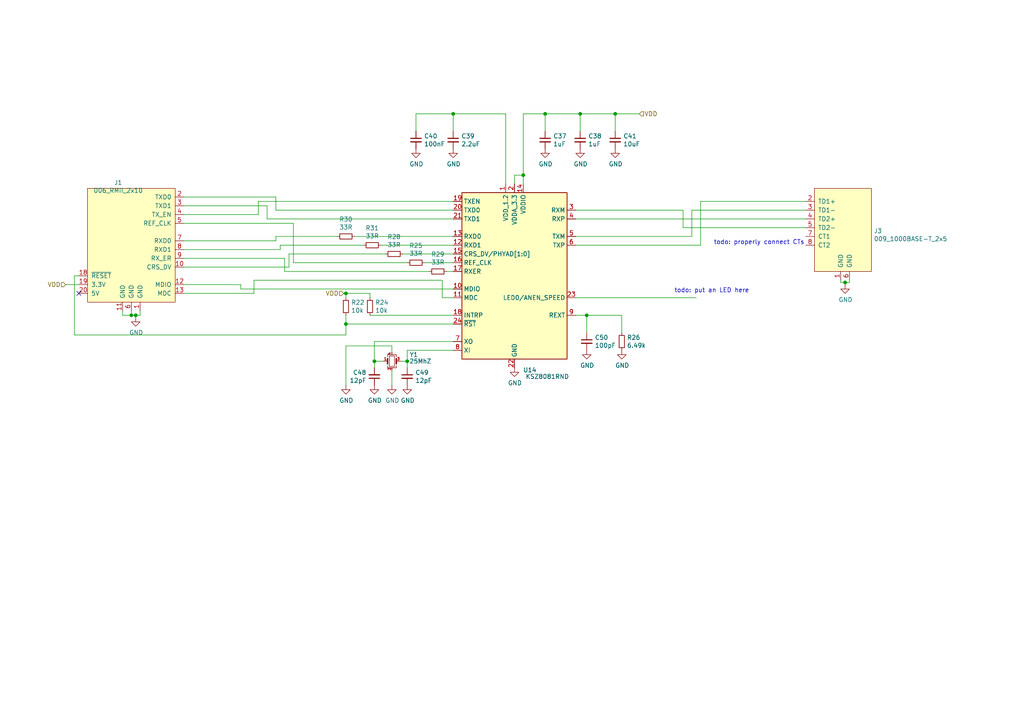
<source format=kicad_sch>
(kicad_sch (version 20211123) (generator eeschema)

  (uuid 854dd5d4-5fd2-4730-bd49-a9cd8299a065)

  (paper "A4")

  (lib_symbols
    (symbol "Device:C_Small" (pin_numbers hide) (pin_names (offset 0.254) hide) (in_bom yes) (on_board yes)
      (property "Reference" "C" (id 0) (at 0.254 1.778 0)
        (effects (font (size 1.27 1.27)) (justify left))
      )
      (property "Value" "C_Small" (id 1) (at 0.254 -2.032 0)
        (effects (font (size 1.27 1.27)) (justify left))
      )
      (property "Footprint" "" (id 2) (at 0 0 0)
        (effects (font (size 1.27 1.27)) hide)
      )
      (property "Datasheet" "~" (id 3) (at 0 0 0)
        (effects (font (size 1.27 1.27)) hide)
      )
      (property "ki_keywords" "capacitor cap" (id 4) (at 0 0 0)
        (effects (font (size 1.27 1.27)) hide)
      )
      (property "ki_description" "Unpolarized capacitor, small symbol" (id 5) (at 0 0 0)
        (effects (font (size 1.27 1.27)) hide)
      )
      (property "ki_fp_filters" "C_*" (id 6) (at 0 0 0)
        (effects (font (size 1.27 1.27)) hide)
      )
      (symbol "C_Small_0_1"
        (polyline
          (pts
            (xy -1.524 -0.508)
            (xy 1.524 -0.508)
          )
          (stroke (width 0.3302) (type default) (color 0 0 0 0))
          (fill (type none))
        )
        (polyline
          (pts
            (xy -1.524 0.508)
            (xy 1.524 0.508)
          )
          (stroke (width 0.3048) (type default) (color 0 0 0 0))
          (fill (type none))
        )
      )
      (symbol "C_Small_1_1"
        (pin passive line (at 0 2.54 270) (length 2.032)
          (name "~" (effects (font (size 1.27 1.27))))
          (number "1" (effects (font (size 1.27 1.27))))
        )
        (pin passive line (at 0 -2.54 90) (length 2.032)
          (name "~" (effects (font (size 1.27 1.27))))
          (number "2" (effects (font (size 1.27 1.27))))
        )
      )
    )
    (symbol "Device:Crystal_GND24_Small" (pin_names (offset 1.016) hide) (in_bom yes) (on_board yes)
      (property "Reference" "Y" (id 0) (at 1.27 4.445 0)
        (effects (font (size 1.27 1.27)) (justify left))
      )
      (property "Value" "Crystal_GND24_Small" (id 1) (at 1.27 2.54 0)
        (effects (font (size 1.27 1.27)) (justify left))
      )
      (property "Footprint" "" (id 2) (at 0 0 0)
        (effects (font (size 1.27 1.27)) hide)
      )
      (property "Datasheet" "~" (id 3) (at 0 0 0)
        (effects (font (size 1.27 1.27)) hide)
      )
      (property "ki_keywords" "quartz ceramic resonator oscillator" (id 4) (at 0 0 0)
        (effects (font (size 1.27 1.27)) hide)
      )
      (property "ki_description" "Four pin crystal, GND on pins 2 and 4, small symbol" (id 5) (at 0 0 0)
        (effects (font (size 1.27 1.27)) hide)
      )
      (property "ki_fp_filters" "Crystal*" (id 6) (at 0 0 0)
        (effects (font (size 1.27 1.27)) hide)
      )
      (symbol "Crystal_GND24_Small_0_1"
        (rectangle (start -0.762 -1.524) (end 0.762 1.524)
          (stroke (width 0) (type default) (color 0 0 0 0))
          (fill (type none))
        )
        (polyline
          (pts
            (xy -1.27 -0.762)
            (xy -1.27 0.762)
          )
          (stroke (width 0.381) (type default) (color 0 0 0 0))
          (fill (type none))
        )
        (polyline
          (pts
            (xy 1.27 -0.762)
            (xy 1.27 0.762)
          )
          (stroke (width 0.381) (type default) (color 0 0 0 0))
          (fill (type none))
        )
        (polyline
          (pts
            (xy -1.27 -1.27)
            (xy -1.27 -1.905)
            (xy 1.27 -1.905)
            (xy 1.27 -1.27)
          )
          (stroke (width 0) (type default) (color 0 0 0 0))
          (fill (type none))
        )
        (polyline
          (pts
            (xy -1.27 1.27)
            (xy -1.27 1.905)
            (xy 1.27 1.905)
            (xy 1.27 1.27)
          )
          (stroke (width 0) (type default) (color 0 0 0 0))
          (fill (type none))
        )
      )
      (symbol "Crystal_GND24_Small_1_1"
        (pin passive line (at -2.54 0 0) (length 1.27)
          (name "1" (effects (font (size 1.27 1.27))))
          (number "1" (effects (font (size 0.762 0.762))))
        )
        (pin passive line (at 0 -2.54 90) (length 0.635)
          (name "2" (effects (font (size 1.27 1.27))))
          (number "2" (effects (font (size 0.762 0.762))))
        )
        (pin passive line (at 2.54 0 180) (length 1.27)
          (name "3" (effects (font (size 1.27 1.27))))
          (number "3" (effects (font (size 0.762 0.762))))
        )
        (pin passive line (at 0 2.54 270) (length 0.635)
          (name "4" (effects (font (size 1.27 1.27))))
          (number "4" (effects (font (size 0.762 0.762))))
        )
      )
    )
    (symbol "Device:R_Small" (pin_numbers hide) (pin_names (offset 0.254) hide) (in_bom yes) (on_board yes)
      (property "Reference" "R" (id 0) (at 0.762 0.508 0)
        (effects (font (size 1.27 1.27)) (justify left))
      )
      (property "Value" "R_Small" (id 1) (at 0.762 -1.016 0)
        (effects (font (size 1.27 1.27)) (justify left))
      )
      (property "Footprint" "" (id 2) (at 0 0 0)
        (effects (font (size 1.27 1.27)) hide)
      )
      (property "Datasheet" "~" (id 3) (at 0 0 0)
        (effects (font (size 1.27 1.27)) hide)
      )
      (property "ki_keywords" "R resistor" (id 4) (at 0 0 0)
        (effects (font (size 1.27 1.27)) hide)
      )
      (property "ki_description" "Resistor, small symbol" (id 5) (at 0 0 0)
        (effects (font (size 1.27 1.27)) hide)
      )
      (property "ki_fp_filters" "R_*" (id 6) (at 0 0 0)
        (effects (font (size 1.27 1.27)) hide)
      )
      (symbol "R_Small_0_1"
        (rectangle (start -0.762 1.778) (end 0.762 -1.778)
          (stroke (width 0.2032) (type default) (color 0 0 0 0))
          (fill (type none))
        )
      )
      (symbol "R_Small_1_1"
        (pin passive line (at 0 2.54 270) (length 0.762)
          (name "~" (effects (font (size 1.27 1.27))))
          (number "1" (effects (font (size 1.27 1.27))))
        )
        (pin passive line (at 0 -2.54 90) (length 0.762)
          (name "~" (effects (font (size 1.27 1.27))))
          (number "2" (effects (font (size 1.27 1.27))))
        )
      )
    )
    (symbol "Interface_Ethernet:KSZ8081RND" (in_bom yes) (on_board yes)
      (property "Reference" "U" (id 0) (at -15.24 26.035 0)
        (effects (font (size 1.27 1.27)) (justify left bottom))
      )
      (property "Value" "KSZ8081RND" (id 1) (at 3.81 26.035 0)
        (effects (font (size 1.27 1.27)) (justify left bottom))
      )
      (property "Footprint" "Package_DFN_QFN:QFN-24-1EP_4x4mm_P0.5mm_EP2.6x2.6mm" (id 2) (at 35.56 -25.4 0)
        (effects (font (size 1.27 1.27)) hide)
      )
      (property "Datasheet" "http://ww1.microchip.com/downloads/en/DeviceDoc/00002199A.pdf" (id 3) (at -57.15 5.08 0)
        (effects (font (size 1.27 1.27)) hide)
      )
      (property "ki_keywords" "ETH PHY RMII" (id 4) (at 0 0 0)
        (effects (font (size 1.27 1.27)) hide)
      )
      (property "ki_description" "10BASE-T/100BASE-TX PHY with RMII Support, 50 MHz input clock, QFN-24" (id 5) (at 0 0 0)
        (effects (font (size 1.27 1.27)) hide)
      )
      (property "ki_fp_filters" "QFN*1EP*4x4mm*P0.5mm*" (id 6) (at 0 0 0)
        (effects (font (size 1.27 1.27)) hide)
      )
      (symbol "KSZ8081RND_0_1"
        (rectangle (start -15.24 25.4) (end 15.24 -22.86)
          (stroke (width 0.254) (type default) (color 0 0 0 0))
          (fill (type background))
        )
      )
      (symbol "KSZ8081RND_1_1"
        (pin power_in line (at -2.54 27.94 270) (length 2.54)
          (name "VDD_1.2" (effects (font (size 1.27 1.27))))
          (number "1" (effects (font (size 1.27 1.27))))
        )
        (pin bidirectional line (at -17.78 -2.54 0) (length 2.54)
          (name "MDIO" (effects (font (size 1.27 1.27))))
          (number "10" (effects (font (size 1.27 1.27))))
        )
        (pin input line (at -17.78 -5.08 0) (length 2.54)
          (name "MDC" (effects (font (size 1.27 1.27))))
          (number "11" (effects (font (size 1.27 1.27))))
        )
        (pin output line (at -17.78 10.16 0) (length 2.54)
          (name "RXD1" (effects (font (size 1.27 1.27))))
          (number "12" (effects (font (size 1.27 1.27))))
        )
        (pin output line (at -17.78 12.7 0) (length 2.54)
          (name "RXD0" (effects (font (size 1.27 1.27))))
          (number "13" (effects (font (size 1.27 1.27))))
        )
        (pin power_in line (at 2.54 27.94 270) (length 2.54)
          (name "VDDIO" (effects (font (size 1.27 1.27))))
          (number "14" (effects (font (size 1.27 1.27))))
        )
        (pin output line (at -17.78 7.62 0) (length 2.54)
          (name "CRS_DV/PHYAD[1:0]" (effects (font (size 1.27 1.27))))
          (number "15" (effects (font (size 1.27 1.27))))
        )
        (pin output line (at -17.78 5.08 0) (length 2.54)
          (name "REF_CLK" (effects (font (size 1.27 1.27))))
          (number "16" (effects (font (size 1.27 1.27))))
        )
        (pin output line (at -17.78 2.54 0) (length 2.54)
          (name "RXER" (effects (font (size 1.27 1.27))))
          (number "17" (effects (font (size 1.27 1.27))))
        )
        (pin bidirectional line (at -17.78 -10.16 0) (length 2.54)
          (name "INTRP" (effects (font (size 1.27 1.27))))
          (number "18" (effects (font (size 1.27 1.27))))
        )
        (pin input line (at -17.78 22.86 0) (length 2.54)
          (name "TXEN" (effects (font (size 1.27 1.27))))
          (number "19" (effects (font (size 1.27 1.27))))
        )
        (pin power_in line (at 0 27.94 270) (length 2.54)
          (name "VDDA_3.3" (effects (font (size 1.27 1.27))))
          (number "2" (effects (font (size 1.27 1.27))))
        )
        (pin input line (at -17.78 20.32 0) (length 2.54)
          (name "TXD0" (effects (font (size 1.27 1.27))))
          (number "20" (effects (font (size 1.27 1.27))))
        )
        (pin bidirectional line (at -17.78 17.78 0) (length 2.54)
          (name "TXD1" (effects (font (size 1.27 1.27))))
          (number "21" (effects (font (size 1.27 1.27))))
        )
        (pin power_in line (at 0 -25.4 90) (length 2.54)
          (name "GND" (effects (font (size 1.27 1.27))))
          (number "22" (effects (font (size 1.27 1.27))))
        )
        (pin output line (at 17.78 -5.08 180) (length 2.54)
          (name "LED0/ANEN_SPEED" (effects (font (size 1.27 1.27))))
          (number "23" (effects (font (size 1.27 1.27))))
        )
        (pin input line (at -17.78 -12.7 0) (length 2.54)
          (name "~{RST}" (effects (font (size 1.27 1.27))))
          (number "24" (effects (font (size 1.27 1.27))))
        )
        (pin passive line (at 0 -25.4 90) (length 2.54) hide
          (name "GND" (effects (font (size 1.27 1.27))))
          (number "25" (effects (font (size 1.27 1.27))))
        )
        (pin bidirectional line (at 17.78 20.32 180) (length 2.54)
          (name "RXM" (effects (font (size 1.27 1.27))))
          (number "3" (effects (font (size 1.27 1.27))))
        )
        (pin bidirectional line (at 17.78 17.78 180) (length 2.54)
          (name "RXP" (effects (font (size 1.27 1.27))))
          (number "4" (effects (font (size 1.27 1.27))))
        )
        (pin bidirectional line (at 17.78 12.7 180) (length 2.54)
          (name "TXM" (effects (font (size 1.27 1.27))))
          (number "5" (effects (font (size 1.27 1.27))))
        )
        (pin bidirectional line (at 17.78 10.16 180) (length 2.54)
          (name "TXP" (effects (font (size 1.27 1.27))))
          (number "6" (effects (font (size 1.27 1.27))))
        )
        (pin output line (at -17.78 -17.78 0) (length 2.54)
          (name "XO" (effects (font (size 1.27 1.27))))
          (number "7" (effects (font (size 1.27 1.27))))
        )
        (pin input line (at -17.78 -20.32 0) (length 2.54)
          (name "XI" (effects (font (size 1.27 1.27))))
          (number "8" (effects (font (size 1.27 1.27))))
        )
        (pin passive line (at 17.78 -10.16 180) (length 2.54)
          (name "REXT" (effects (font (size 1.27 1.27))))
          (number "9" (effects (font (size 1.27 1.27))))
        )
      )
    )
    (symbol "power:GND" (power) (pin_names (offset 0)) (in_bom yes) (on_board yes)
      (property "Reference" "#PWR" (id 0) (at 0 -6.35 0)
        (effects (font (size 1.27 1.27)) hide)
      )
      (property "Value" "GND" (id 1) (at 0 -3.81 0)
        (effects (font (size 1.27 1.27)))
      )
      (property "Footprint" "" (id 2) (at 0 0 0)
        (effects (font (size 1.27 1.27)) hide)
      )
      (property "Datasheet" "" (id 3) (at 0 0 0)
        (effects (font (size 1.27 1.27)) hide)
      )
      (property "ki_keywords" "power-flag" (id 4) (at 0 0 0)
        (effects (font (size 1.27 1.27)) hide)
      )
      (property "ki_description" "Power symbol creates a global label with name \"GND\" , ground" (id 5) (at 0 0 0)
        (effects (font (size 1.27 1.27)) hide)
      )
      (symbol "GND_0_1"
        (polyline
          (pts
            (xy 0 0)
            (xy 0 -1.27)
            (xy 1.27 -1.27)
            (xy 0 -2.54)
            (xy -1.27 -1.27)
            (xy 0 -1.27)
          )
          (stroke (width 0) (type default) (color 0 0 0 0))
          (fill (type none))
        )
      )
      (symbol "GND_1_1"
        (pin power_in line (at 0 0 270) (length 0) hide
          (name "GND" (effects (font (size 1.27 1.27))))
          (number "1" (effects (font (size 1.27 1.27))))
        )
      )
    )
    (symbol "put_on_edge:006_RMII" (pin_names (offset 1.016)) (in_bom yes) (on_board yes)
      (property "Reference" "J" (id 0) (at -6.35 16.51 0)
        (effects (font (size 1.27 1.27)))
      )
      (property "Value" "006_RMII" (id 1) (at 5.08 16.51 0)
        (effects (font (size 1.27 1.27)))
      )
      (property "Footprint" "" (id 2) (at 3.81 19.05 0)
        (effects (font (size 1.27 1.27)) hide)
      )
      (property "Datasheet" "" (id 3) (at 3.81 19.05 0)
        (effects (font (size 1.27 1.27)) hide)
      )
      (symbol "006_RMII_0_1"
        (rectangle (start -12.7 15.24) (end 12.7 -17.78)
          (stroke (width 0) (type default) (color 0 0 0 0))
          (fill (type background))
        )
      )
      (symbol "006_RMII_1_1"
        (pin power_in line (at -2.54 -20.32 90) (length 2.54)
          (name "GND" (effects (font (size 1.27 1.27))))
          (number "1" (effects (font (size 1.27 1.27))))
        )
        (pin bidirectional line (at -15.24 -7.62 0) (length 2.54)
          (name "CRS_DV" (effects (font (size 1.27 1.27))))
          (number "10" (effects (font (size 1.27 1.27))))
        )
        (pin power_in line (at 2.54 -20.32 90) (length 2.54)
          (name "GND" (effects (font (size 1.27 1.27))))
          (number "11" (effects (font (size 1.27 1.27))))
        )
        (pin bidirectional line (at -15.24 -12.7 0) (length 2.54)
          (name "MDIO" (effects (font (size 1.27 1.27))))
          (number "12" (effects (font (size 1.27 1.27))))
        )
        (pin bidirectional line (at -15.24 -15.24 0) (length 2.54)
          (name "MDC" (effects (font (size 1.27 1.27))))
          (number "13" (effects (font (size 1.27 1.27))))
        )
        (pin bidirectional line (at 15.24 -10.16 180) (length 2.54)
          (name "~{RESET}" (effects (font (size 1.27 1.27))))
          (number "18" (effects (font (size 1.27 1.27))))
        )
        (pin bidirectional line (at 15.24 -12.7 180) (length 2.54)
          (name "3.3V" (effects (font (size 1.27 1.27))))
          (number "19" (effects (font (size 1.27 1.27))))
        )
        (pin bidirectional line (at -15.24 12.7 0) (length 2.54)
          (name "TXD0" (effects (font (size 1.27 1.27))))
          (number "2" (effects (font (size 1.27 1.27))))
        )
        (pin bidirectional line (at 15.24 -15.24 180) (length 2.54)
          (name "5V" (effects (font (size 1.27 1.27))))
          (number "20" (effects (font (size 1.27 1.27))))
        )
        (pin bidirectional line (at -15.24 10.16 0) (length 2.54)
          (name "TXD1" (effects (font (size 1.27 1.27))))
          (number "3" (effects (font (size 1.27 1.27))))
        )
        (pin bidirectional line (at -15.24 7.62 0) (length 2.54)
          (name "TX_EN" (effects (font (size 1.27 1.27))))
          (number "4" (effects (font (size 1.27 1.27))))
        )
        (pin bidirectional line (at -15.24 5.08 0) (length 2.54)
          (name "REF_CLK" (effects (font (size 1.27 1.27))))
          (number "5" (effects (font (size 1.27 1.27))))
        )
        (pin power_in line (at 0 -20.32 90) (length 2.54)
          (name "GND" (effects (font (size 1.27 1.27))))
          (number "6" (effects (font (size 1.27 1.27))))
        )
        (pin bidirectional line (at -15.24 0 0) (length 2.54)
          (name "RXD0" (effects (font (size 1.27 1.27))))
          (number "7" (effects (font (size 1.27 1.27))))
        )
        (pin bidirectional line (at -15.24 -2.54 0) (length 2.54)
          (name "RXD1" (effects (font (size 1.27 1.27))))
          (number "8" (effects (font (size 1.27 1.27))))
        )
        (pin bidirectional line (at -15.24 -5.08 0) (length 2.54)
          (name "RX_ER" (effects (font (size 1.27 1.27))))
          (number "9" (effects (font (size 1.27 1.27))))
        )
      )
    )
    (symbol "put_on_edge:019_100BASE-T_with_CT" (pin_names (offset 1.016)) (in_bom yes) (on_board yes)
      (property "Reference" "J" (id 0) (at -2.54 13.97 0)
        (effects (font (size 1.27 1.27)))
      )
      (property "Value" "019_100BASE-T_with_CT" (id 1) (at 8.89 13.97 0)
        (effects (font (size 1.27 1.27)))
      )
      (property "Footprint" "" (id 2) (at 7.62 16.51 0)
        (effects (font (size 1.27 1.27)) hide)
      )
      (property "Datasheet" "" (id 3) (at 7.62 16.51 0)
        (effects (font (size 1.27 1.27)) hide)
      )
      (symbol "019_100BASE-T_with_CT_0_1"
        (rectangle (start -8.89 12.7) (end 7.62 -11.43)
          (stroke (width 0) (type default) (color 0 0 0 0))
          (fill (type background))
        )
      )
      (symbol "019_100BASE-T_with_CT_1_1"
        (pin power_in line (at -1.27 -13.97 90) (length 2.54)
          (name "GND" (effects (font (size 1.27 1.27))))
          (number "1" (effects (font (size 1.27 1.27))))
        )
        (pin bidirectional line (at -11.43 8.89 0) (length 2.54)
          (name "TD1+" (effects (font (size 1.27 1.27))))
          (number "2" (effects (font (size 1.27 1.27))))
        )
        (pin bidirectional line (at -11.43 6.35 0) (length 2.54)
          (name "TD1-" (effects (font (size 1.27 1.27))))
          (number "3" (effects (font (size 1.27 1.27))))
        )
        (pin bidirectional line (at -11.43 3.81 0) (length 2.54)
          (name "TD2+" (effects (font (size 1.27 1.27))))
          (number "4" (effects (font (size 1.27 1.27))))
        )
        (pin bidirectional line (at -11.43 1.27 0) (length 2.54)
          (name "TD2-" (effects (font (size 1.27 1.27))))
          (number "5" (effects (font (size 1.27 1.27))))
        )
        (pin power_in line (at 1.27 -13.97 90) (length 2.54)
          (name "GND" (effects (font (size 1.27 1.27))))
          (number "6" (effects (font (size 1.27 1.27))))
        )
        (pin bidirectional line (at -11.43 -1.27 0) (length 2.54)
          (name "CT1" (effects (font (size 1.27 1.27))))
          (number "7" (effects (font (size 1.27 1.27))))
        )
        (pin bidirectional line (at -11.43 -3.81 0) (length 2.54)
          (name "CT2" (effects (font (size 1.27 1.27))))
          (number "8" (effects (font (size 1.27 1.27))))
        )
      )
    )
  )

  (junction (at 245.11 81.915) (diameter 0) (color 0 0 0 0)
    (uuid 0351df45-d042-41d4-ba35-88092c7be2fc)
  )
  (junction (at 168.275 33.02) (diameter 0) (color 0 0 0 0)
    (uuid 0ff508fd-18da-4ab7-9844-3c8a28c2587e)
  )
  (junction (at 178.435 33.02) (diameter 0) (color 0 0 0 0)
    (uuid 13c0ff76-ed71-4cd9-abb0-92c376825d5d)
  )
  (junction (at 151.765 50.8) (diameter 0) (color 0 0 0 0)
    (uuid 3a7648d8-121a-4921-9b92-9b35b76ce39b)
  )
  (junction (at 118.11 104.775) (diameter 0) (color 0 0 0 0)
    (uuid 55e740a3-0735-4744-896e-2bf5437093b9)
  )
  (junction (at 100.33 93.98) (diameter 0) (color 0 0 0 0)
    (uuid 5bcace5d-edd0-4e19-92d0-835e43cf8eb2)
  )
  (junction (at 108.585 104.775) (diameter 0) (color 0 0 0 0)
    (uuid 746ba970-8279-4e7b-aed3-f28687777c21)
  )
  (junction (at 158.115 33.02) (diameter 0) (color 0 0 0 0)
    (uuid 8ca3e20d-bcc7-4c5e-9deb-562dfed9fecb)
  )
  (junction (at 100.33 85.09) (diameter 0) (color 0 0 0 0)
    (uuid 9340c285-5767-42d5-8b6d-63fe2a40ddf3)
  )
  (junction (at 170.18 91.44) (diameter 0) (color 0 0 0 0)
    (uuid a8447faf-e0a0-4c4a-ae53-4d4b28669151)
  )
  (junction (at 131.445 33.02) (diameter 0) (color 0 0 0 0)
    (uuid bd5408e4-362d-4e43-9d39-78fb99eb52c8)
  )
  (junction (at 39.37 91.44) (diameter 0) (color 0 0 0 0)
    (uuid e6b860cc-cb76-4220-acfb-68f1eb348bfa)
  )
  (junction (at 38.1 91.44) (diameter 0) (color 0 0 0 0)
    (uuid f202141e-c20d-4cac-b016-06a44f2ecce8)
  )

  (no_connect (at 22.86 85.09) (uuid f43e9066-7a5e-4534-96fb-d6265e1bea6b))

  (wire (pts (xy 149.225 53.34) (xy 149.225 50.8))
    (stroke (width 0) (type default) (color 0 0 0 0))
    (uuid 0217dfc4-fc13-4699-99ad-d9948522648e)
  )
  (wire (pts (xy 158.115 33.02) (xy 168.275 33.02))
    (stroke (width 0) (type default) (color 0 0 0 0))
    (uuid 03caada9-9e22-4e2d-9035-b15433dfbb17)
  )
  (wire (pts (xy 100.33 100.33) (xy 113.665 100.33))
    (stroke (width 0) (type default) (color 0 0 0 0))
    (uuid 099096e4-8c2a-4d84-a16f-06b4b6330e7a)
  )
  (wire (pts (xy 21.59 80.01) (xy 22.86 80.01))
    (stroke (width 0) (type default) (color 0 0 0 0))
    (uuid 0d062025-a8aa-46e3-9f6d-803325521bb3)
  )
  (wire (pts (xy 100.33 91.44) (xy 100.33 93.98))
    (stroke (width 0) (type default) (color 0 0 0 0))
    (uuid 0eaa98f0-9565-4637-ace3-42a5231b07f7)
  )
  (wire (pts (xy 116.84 73.66) (xy 131.445 73.66))
    (stroke (width 0) (type default) (color 0 0 0 0))
    (uuid 0f54db53-a272-4955-88fb-d7ab00657bb0)
  )
  (wire (pts (xy 118.11 101.6) (xy 131.445 101.6))
    (stroke (width 0) (type default) (color 0 0 0 0))
    (uuid 10109f84-4940-47f8-8640-91f185ac9bc1)
  )
  (wire (pts (xy 167.005 91.44) (xy 170.18 91.44))
    (stroke (width 0) (type default) (color 0 0 0 0))
    (uuid 101ef598-601d-400e-9ef6-d655fbb1dbfa)
  )
  (wire (pts (xy 100.33 85.09) (xy 100.33 86.36))
    (stroke (width 0) (type default) (color 0 0 0 0))
    (uuid 127679a9-3981-4934-815e-896a4e3ff56e)
  )
  (wire (pts (xy 80.01 68.58) (xy 80.01 69.85))
    (stroke (width 0) (type default) (color 0 0 0 0))
    (uuid 136e1c13-64e7-42f7-8158-fb70ea8a3dfe)
  )
  (wire (pts (xy 40.64 90.17) (xy 40.64 91.44))
    (stroke (width 0) (type default) (color 0 0 0 0))
    (uuid 16a9ae8c-3ad2-439b-8efe-377c994670c7)
  )
  (wire (pts (xy 107.315 91.44) (xy 131.445 91.44))
    (stroke (width 0) (type default) (color 0 0 0 0))
    (uuid 181abe7a-f941-42b6-bd46-aaa3131f90fb)
  )
  (wire (pts (xy 38.1 91.44) (xy 39.37 91.44))
    (stroke (width 0) (type default) (color 0 0 0 0))
    (uuid 182b2d54-931d-49d6-9f39-60a752623e36)
  )
  (wire (pts (xy 128.27 86.36) (xy 131.445 86.36))
    (stroke (width 0) (type default) (color 0 0 0 0))
    (uuid 1831fb37-1c5d-42c4-b898-151be6fca9dc)
  )
  (wire (pts (xy 111.76 73.66) (xy 83.82 73.66))
    (stroke (width 0) (type default) (color 0 0 0 0))
    (uuid 18bcab47-c783-4a5c-b6fe-a8543921409e)
  )
  (wire (pts (xy 151.765 50.8) (xy 151.765 33.02))
    (stroke (width 0) (type default) (color 0 0 0 0))
    (uuid 1d9cdadc-9036-4a95-b6db-fa7b3b74c869)
  )
  (wire (pts (xy 168.275 38.1) (xy 168.275 33.02))
    (stroke (width 0) (type default) (color 0 0 0 0))
    (uuid 1f3003e6-dce5-420f-906b-3f1e92b67249)
  )
  (wire (pts (xy 245.11 81.915) (xy 246.38 81.915))
    (stroke (width 0) (type default) (color 0 0 0 0))
    (uuid 240e5dac-6242-47a5-bbef-f76d11c715c0)
  )
  (wire (pts (xy 53.34 62.23) (xy 74.93 62.23))
    (stroke (width 0) (type default) (color 0 0 0 0))
    (uuid 25997cca-8587-430c-a980-fd502c2059cd)
  )
  (wire (pts (xy 83.82 77.47) (xy 53.34 77.47))
    (stroke (width 0) (type default) (color 0 0 0 0))
    (uuid 28ea9971-828f-40ba-a2dd-1154f6367152)
  )
  (wire (pts (xy 21.59 97.155) (xy 100.33 97.155))
    (stroke (width 0) (type default) (color 0 0 0 0))
    (uuid 2dc272bd-3aa2-45b5-889d-1d3c8aac80f8)
  )
  (wire (pts (xy 131.445 33.02) (xy 146.685 33.02))
    (stroke (width 0) (type default) (color 0 0 0 0))
    (uuid 2f215f15-3d52-4c91-93e6-3ea03a95622f)
  )
  (wire (pts (xy 80.01 60.96) (xy 131.445 60.96))
    (stroke (width 0) (type default) (color 0 0 0 0))
    (uuid 315fbdfd-137c-4574-bbfc-7add91f5f00d)
  )
  (wire (pts (xy 167.005 86.36) (xy 201.93 86.36))
    (stroke (width 0) (type default) (color 0 0 0 0))
    (uuid 35a9f71f-ba35-47f6-814e-4106ac36c51e)
  )
  (wire (pts (xy 168.275 33.02) (xy 178.435 33.02))
    (stroke (width 0) (type default) (color 0 0 0 0))
    (uuid 378af8b4-af3d-46e7-89ae-deff12ca9067)
  )
  (wire (pts (xy 243.84 81.28) (xy 243.84 81.915))
    (stroke (width 0) (type default) (color 0 0 0 0))
    (uuid 37e8181c-a81e-498b-b2e2-0aef0c391059)
  )
  (wire (pts (xy 108.585 106.68) (xy 108.585 104.775))
    (stroke (width 0) (type default) (color 0 0 0 0))
    (uuid 3f5fe6b7-98fc-4d3e-9567-f9f7202d1455)
  )
  (wire (pts (xy 113.665 111.76) (xy 113.665 107.315))
    (stroke (width 0) (type default) (color 0 0 0 0))
    (uuid 477311b9-8f81-40c8-9c55-fd87e287247a)
  )
  (wire (pts (xy 167.005 71.12) (xy 203.2 71.12))
    (stroke (width 0) (type default) (color 0 0 0 0))
    (uuid 57c0c267-8bf9-4cc7-b734-d71a239ac313)
  )
  (wire (pts (xy 198.12 66.04) (xy 233.68 66.04))
    (stroke (width 0) (type default) (color 0 0 0 0))
    (uuid 5b34a16c-5a14-4291-8242-ea6d6ac54372)
  )
  (wire (pts (xy 53.34 57.15) (xy 80.01 57.15))
    (stroke (width 0) (type default) (color 0 0 0 0))
    (uuid 5b6defda-a1bb-45b5-92f6-a061588dffc5)
  )
  (wire (pts (xy 83.82 73.66) (xy 83.82 77.47))
    (stroke (width 0) (type default) (color 0 0 0 0))
    (uuid 5df1c3c0-193e-4c1d-86f5-05dc8b6476d8)
  )
  (wire (pts (xy 131.445 33.02) (xy 131.445 38.1))
    (stroke (width 0) (type default) (color 0 0 0 0))
    (uuid 61fe293f-6808-4b7f-9340-9aaac7054a97)
  )
  (wire (pts (xy 151.765 33.02) (xy 158.115 33.02))
    (stroke (width 0) (type default) (color 0 0 0 0))
    (uuid 639c0e59-e95c-4114-bccd-2e7277505454)
  )
  (wire (pts (xy 120.65 33.02) (xy 120.65 38.1))
    (stroke (width 0) (type default) (color 0 0 0 0))
    (uuid 63ff1c93-3f96-4c33-b498-5dd8c33bccc0)
  )
  (wire (pts (xy 35.56 90.17) (xy 35.56 91.44))
    (stroke (width 0) (type default) (color 0 0 0 0))
    (uuid 6595b9c7-02ee-4647-bde5-6b566e35163e)
  )
  (wire (pts (xy 243.84 81.915) (xy 245.11 81.915))
    (stroke (width 0) (type default) (color 0 0 0 0))
    (uuid 676efd2f-1c48-4786-9e4b-2444f1e8f6ff)
  )
  (wire (pts (xy 200.66 60.96) (xy 233.68 60.96))
    (stroke (width 0) (type default) (color 0 0 0 0))
    (uuid 6781326c-6e0d-4753-8f28-0f5c687e01f9)
  )
  (wire (pts (xy 131.445 93.98) (xy 100.33 93.98))
    (stroke (width 0) (type default) (color 0 0 0 0))
    (uuid 6a45789b-3855-401f-8139-3c734f7f52f9)
  )
  (wire (pts (xy 118.11 104.775) (xy 118.11 106.68))
    (stroke (width 0) (type default) (color 0 0 0 0))
    (uuid 6a955fc7-39d9-4c75-9a69-676ca8c0b9b2)
  )
  (wire (pts (xy 151.765 50.8) (xy 151.765 53.34))
    (stroke (width 0) (type default) (color 0 0 0 0))
    (uuid 6bfe5804-2ef9-4c65-b2a7-f01e4014370a)
  )
  (wire (pts (xy 100.33 97.155) (xy 100.33 93.98))
    (stroke (width 0) (type default) (color 0 0 0 0))
    (uuid 6c2d26bc-6eca-436c-8025-79f817bf57d6)
  )
  (wire (pts (xy 73.66 81.28) (xy 128.27 81.28))
    (stroke (width 0) (type default) (color 0 0 0 0))
    (uuid 6da97a8d-e84e-41eb-b3d2-b53d6476e9cb)
  )
  (wire (pts (xy 99.695 85.09) (xy 100.33 85.09))
    (stroke (width 0) (type default) (color 0 0 0 0))
    (uuid 716e31c5-485f-40b5-88e3-a75900da9811)
  )
  (wire (pts (xy 118.11 104.775) (xy 118.11 101.6))
    (stroke (width 0) (type default) (color 0 0 0 0))
    (uuid 71c31975-2c45-4d18-a25a-18e07a55d11e)
  )
  (wire (pts (xy 128.27 81.28) (xy 128.27 86.36))
    (stroke (width 0) (type default) (color 0 0 0 0))
    (uuid 730b670c-9bcf-4dcd-9a8d-fcaa61fb0955)
  )
  (wire (pts (xy 81.28 71.12) (xy 81.28 72.39))
    (stroke (width 0) (type default) (color 0 0 0 0))
    (uuid 73495041-24e6-4217-8fea-1b1d42fb78f5)
  )
  (wire (pts (xy 170.18 91.44) (xy 170.18 96.52))
    (stroke (width 0) (type default) (color 0 0 0 0))
    (uuid 749dfe75-c0d6-4872-9330-29c5bbcb8ff8)
  )
  (wire (pts (xy 77.47 59.69) (xy 77.47 63.5))
    (stroke (width 0) (type default) (color 0 0 0 0))
    (uuid 74ac190a-401e-4a8b-92ad-d778cf4d2d22)
  )
  (wire (pts (xy 39.37 92.075) (xy 39.37 91.44))
    (stroke (width 0) (type default) (color 0 0 0 0))
    (uuid 789ca812-3e0c-4a3f-97bc-a916dd9bce80)
  )
  (wire (pts (xy 53.34 82.55) (xy 69.85 82.55))
    (stroke (width 0) (type default) (color 0 0 0 0))
    (uuid 78ac7ee9-fb66-46f5-a4fc-148576c62fae)
  )
  (wire (pts (xy 85.09 76.2) (xy 85.09 64.77))
    (stroke (width 0) (type default) (color 0 0 0 0))
    (uuid 7a185a9a-958f-413c-aaac-7fce38b44009)
  )
  (wire (pts (xy 167.005 68.58) (xy 200.66 68.58))
    (stroke (width 0) (type default) (color 0 0 0 0))
    (uuid 7cee474b-af8f-4832-b07a-c43c1ab0b464)
  )
  (wire (pts (xy 170.18 91.44) (xy 180.34 91.44))
    (stroke (width 0) (type default) (color 0 0 0 0))
    (uuid 7f52d787-caa3-4a92-b1b2-19d554dc29a4)
  )
  (wire (pts (xy 123.19 76.2) (xy 131.445 76.2))
    (stroke (width 0) (type default) (color 0 0 0 0))
    (uuid 80094b70-85ab-4ff6-934b-60d5ee65023a)
  )
  (wire (pts (xy 74.93 58.42) (xy 131.445 58.42))
    (stroke (width 0) (type default) (color 0 0 0 0))
    (uuid 821c3683-df9a-44f2-bb74-400862435b56)
  )
  (wire (pts (xy 167.005 60.96) (xy 198.12 60.96))
    (stroke (width 0) (type default) (color 0 0 0 0))
    (uuid 8412992d-8754-44de-9e08-115cec1a3eff)
  )
  (wire (pts (xy 203.2 71.12) (xy 203.2 58.42))
    (stroke (width 0) (type default) (color 0 0 0 0))
    (uuid 853ee787-6e2c-4f32-bc75-6c17337dd3d5)
  )
  (wire (pts (xy 124.46 78.74) (xy 82.55 78.74))
    (stroke (width 0) (type default) (color 0 0 0 0))
    (uuid 8563021a-6321-4e68-a2c0-ff4d66c4a133)
  )
  (wire (pts (xy 113.665 100.33) (xy 113.665 102.235))
    (stroke (width 0) (type default) (color 0 0 0 0))
    (uuid 87d7448e-e139-4209-ae0b-372f805267da)
  )
  (wire (pts (xy 246.38 81.915) (xy 246.38 81.28))
    (stroke (width 0) (type default) (color 0 0 0 0))
    (uuid 8d9a3ecc-539f-41da-8099-d37cea9c28e7)
  )
  (wire (pts (xy 146.685 33.02) (xy 146.685 53.34))
    (stroke (width 0) (type default) (color 0 0 0 0))
    (uuid 8da933a9-35f8-42e6-8504-d1bab7264306)
  )
  (wire (pts (xy 73.66 85.09) (xy 73.66 81.28))
    (stroke (width 0) (type default) (color 0 0 0 0))
    (uuid 93d76916-8a0b-4f14-90df-75a8e7e98ca0)
  )
  (wire (pts (xy 110.49 71.12) (xy 131.445 71.12))
    (stroke (width 0) (type default) (color 0 0 0 0))
    (uuid 97fe9c60-586f-4895-8504-4d3729f5f81a)
  )
  (wire (pts (xy 77.47 63.5) (xy 131.445 63.5))
    (stroke (width 0) (type default) (color 0 0 0 0))
    (uuid 98cdd5b3-c0c4-4013-bdb8-4890f3121b25)
  )
  (wire (pts (xy 82.55 78.74) (xy 82.55 74.93))
    (stroke (width 0) (type default) (color 0 0 0 0))
    (uuid 9a9d4e84-8cad-44f4-8230-99af9c8bb99c)
  )
  (wire (pts (xy 200.66 68.58) (xy 200.66 60.96))
    (stroke (width 0) (type default) (color 0 0 0 0))
    (uuid 9cb12cc8-7f1a-4a01-9256-c119f11a8a02)
  )
  (wire (pts (xy 100.33 111.76) (xy 100.33 100.33))
    (stroke (width 0) (type default) (color 0 0 0 0))
    (uuid a13ab237-8f8d-4e16-8c47-4440653b8534)
  )
  (wire (pts (xy 38.1 90.17) (xy 38.1 91.44))
    (stroke (width 0) (type default) (color 0 0 0 0))
    (uuid a17904b9-135e-4dae-ae20-401c7787de72)
  )
  (wire (pts (xy 178.435 38.1) (xy 178.435 33.02))
    (stroke (width 0) (type default) (color 0 0 0 0))
    (uuid a27eb049-c992-4f11-a026-1e6a8d9d0160)
  )
  (wire (pts (xy 180.34 96.52) (xy 180.34 91.44))
    (stroke (width 0) (type default) (color 0 0 0 0))
    (uuid a3e4f0ae-9f86-49e9-b386-ed8b42e012fb)
  )
  (wire (pts (xy 19.05 82.55) (xy 22.86 82.55))
    (stroke (width 0) (type default) (color 0 0 0 0))
    (uuid ac41a265-1095-40e6-871a-b3fdab3ea92d)
  )
  (wire (pts (xy 69.85 83.82) (xy 131.445 83.82))
    (stroke (width 0) (type default) (color 0 0 0 0))
    (uuid ad5be3f8-aa6c-454d-b042-38acc979c14b)
  )
  (wire (pts (xy 81.28 72.39) (xy 53.34 72.39))
    (stroke (width 0) (type default) (color 0 0 0 0))
    (uuid b27f5457-34a3-4314-ae9b-d1a800c4d3c5)
  )
  (wire (pts (xy 53.34 85.09) (xy 73.66 85.09))
    (stroke (width 0) (type default) (color 0 0 0 0))
    (uuid b39aabe9-984b-4d2b-b19f-43a2a84a4eef)
  )
  (wire (pts (xy 35.56 91.44) (xy 38.1 91.44))
    (stroke (width 0) (type default) (color 0 0 0 0))
    (uuid b7199d9b-bebb-4100-9ad3-c2bd31e21d65)
  )
  (wire (pts (xy 97.79 68.58) (xy 80.01 68.58))
    (stroke (width 0) (type default) (color 0 0 0 0))
    (uuid b79ab02f-e2fe-4b39-b493-d7aa65867ba5)
  )
  (wire (pts (xy 120.65 33.02) (xy 131.445 33.02))
    (stroke (width 0) (type default) (color 0 0 0 0))
    (uuid b88717bd-086f-46cd-9d3f-0396009d0996)
  )
  (wire (pts (xy 108.585 104.775) (xy 111.125 104.775))
    (stroke (width 0) (type default) (color 0 0 0 0))
    (uuid bb7f0588-d4d8-44bf-9ebf-3c533fe4d6ae)
  )
  (wire (pts (xy 80.01 69.85) (xy 53.34 69.85))
    (stroke (width 0) (type default) (color 0 0 0 0))
    (uuid be702975-98c3-487d-91cf-d5c215f5f54e)
  )
  (wire (pts (xy 149.225 50.8) (xy 151.765 50.8))
    (stroke (width 0) (type default) (color 0 0 0 0))
    (uuid c0eca5ed-bc5e-4618-9bcd-80945bea41ed)
  )
  (wire (pts (xy 107.315 85.09) (xy 107.315 86.36))
    (stroke (width 0) (type default) (color 0 0 0 0))
    (uuid c41b3c8b-634e-435a-b582-96b83bbd4032)
  )
  (wire (pts (xy 167.005 63.5) (xy 233.68 63.5))
    (stroke (width 0) (type default) (color 0 0 0 0))
    (uuid c701ee8e-1214-4781-a973-17bef7b6e3eb)
  )
  (wire (pts (xy 198.12 66.04) (xy 198.12 60.96))
    (stroke (width 0) (type default) (color 0 0 0 0))
    (uuid c7e7067c-5f5e-48d8-ab59-df26f9b35863)
  )
  (wire (pts (xy 203.2 58.42) (xy 233.68 58.42))
    (stroke (width 0) (type default) (color 0 0 0 0))
    (uuid c8029a4c-945d-42ca-871a-dd73ff50a1a3)
  )
  (wire (pts (xy 21.59 80.01) (xy 21.59 97.155))
    (stroke (width 0) (type default) (color 0 0 0 0))
    (uuid cb24efdd-07c6-4317-9277-131625b065ac)
  )
  (wire (pts (xy 39.37 91.44) (xy 40.64 91.44))
    (stroke (width 0) (type default) (color 0 0 0 0))
    (uuid cdfb07af-801b-44ba-8c30-d021a6ad3039)
  )
  (wire (pts (xy 100.33 85.09) (xy 107.315 85.09))
    (stroke (width 0) (type default) (color 0 0 0 0))
    (uuid ce83728b-bebd-48c2-8734-b6a50d837931)
  )
  (wire (pts (xy 102.87 68.58) (xy 131.445 68.58))
    (stroke (width 0) (type default) (color 0 0 0 0))
    (uuid cfed0c2a-56b4-476e-9479-3467901f0158)
  )
  (wire (pts (xy 158.115 38.1) (xy 158.115 33.02))
    (stroke (width 0) (type default) (color 0 0 0 0))
    (uuid d3c11c8f-a73d-4211-934b-a6da255728ad)
  )
  (wire (pts (xy 129.54 78.74) (xy 131.445 78.74))
    (stroke (width 0) (type default) (color 0 0 0 0))
    (uuid d4a1d3c4-b315-4bec-9220-d12a9eab51e0)
  )
  (wire (pts (xy 85.09 64.77) (xy 53.34 64.77))
    (stroke (width 0) (type default) (color 0 0 0 0))
    (uuid d9941b4a-a96a-45cd-afa9-eebb65fda831)
  )
  (wire (pts (xy 74.93 62.23) (xy 74.93 58.42))
    (stroke (width 0) (type default) (color 0 0 0 0))
    (uuid dd4572b2-57a4-478b-9938-f20e6d1d8d87)
  )
  (wire (pts (xy 108.585 99.06) (xy 131.445 99.06))
    (stroke (width 0) (type default) (color 0 0 0 0))
    (uuid e10b5627-3247-4c86-b9f6-ef474ca11543)
  )
  (wire (pts (xy 245.11 82.55) (xy 245.11 81.915))
    (stroke (width 0) (type default) (color 0 0 0 0))
    (uuid e472dac4-5b65-4920-b8b2-6065d140a69d)
  )
  (wire (pts (xy 69.85 82.55) (xy 69.85 83.82))
    (stroke (width 0) (type default) (color 0 0 0 0))
    (uuid e70661a3-3d00-434a-b16d-6fb796ea5123)
  )
  (wire (pts (xy 108.585 104.775) (xy 108.585 99.06))
    (stroke (width 0) (type default) (color 0 0 0 0))
    (uuid e8314017-7be6-4011-9179-37449a29b311)
  )
  (wire (pts (xy 82.55 74.93) (xy 53.34 74.93))
    (stroke (width 0) (type default) (color 0 0 0 0))
    (uuid ef84d0a5-893b-4fc3-be5a-622b17151a3c)
  )
  (wire (pts (xy 116.205 104.775) (xy 118.11 104.775))
    (stroke (width 0) (type default) (color 0 0 0 0))
    (uuid f1830a1b-f0cc-47ae-a2c9-679c82032f14)
  )
  (wire (pts (xy 118.11 76.2) (xy 85.09 76.2))
    (stroke (width 0) (type default) (color 0 0 0 0))
    (uuid f2829432-e237-42d8-9160-8e02cb1290d3)
  )
  (wire (pts (xy 80.01 57.15) (xy 80.01 60.96))
    (stroke (width 0) (type default) (color 0 0 0 0))
    (uuid f4598a08-0193-4742-9cc3-c96f1d8a2068)
  )
  (wire (pts (xy 105.41 71.12) (xy 81.28 71.12))
    (stroke (width 0) (type default) (color 0 0 0 0))
    (uuid f8b22801-41ce-4518-bfa0-41d5e2d8b84d)
  )
  (wire (pts (xy 53.34 59.69) (xy 77.47 59.69))
    (stroke (width 0) (type default) (color 0 0 0 0))
    (uuid fa29ca62-5829-4779-909e-7b27d5dcc5c3)
  )
  (wire (pts (xy 178.435 33.02) (xy 185.42 33.02))
    (stroke (width 0) (type default) (color 0 0 0 0))
    (uuid ffd175d1-912a-4224-be1e-a8198680f46b)
  )

  (text "todo: put an LED here" (at 195.58 85.09 0)
    (effects (font (size 1.27 1.27)) (justify left bottom))
    (uuid 66f7278d-9166-450e-85a4-99ad54275601)
  )
  (text "todo: properly connect CTs" (at 207.01 71.12 0)
    (effects (font (size 1.27 1.27)) (justify left bottom))
    (uuid d9e61282-8687-4b7d-afff-b0cd69e1634b)
  )

  (hierarchical_label "VDD" (shape input) (at 185.42 33.02 0)
    (effects (font (size 1.27 1.27)) (justify left))
    (uuid 120a7b0f-ddfd-4447-85c1-35665465acdb)
  )
  (hierarchical_label "VDD" (shape input) (at 99.695 85.09 180)
    (effects (font (size 1.27 1.27)) (justify right))
    (uuid b1086f75-01ba-4188-8d36-75a9e2828ca9)
  )
  (hierarchical_label "VDD" (shape input) (at 19.05 82.55 180)
    (effects (font (size 1.27 1.27)) (justify right))
    (uuid bd065eaf-e495-4837-bdb3-129934de1fc7)
  )

  (symbol (lib_id "Interface_Ethernet:KSZ8081RND") (at 149.225 81.28 0) (unit 1)
    (in_bom yes) (on_board yes)
    (uuid 00000000-0000-0000-0000-00006032e6a7)
    (property "Reference" "U14" (id 0) (at 153.67 107.315 0))
    (property "Value" "KSZ8081RND" (id 1) (at 158.75 109.22 0))
    (property "Footprint" "Package_DFN_QFN:QFN-24-1EP_4x4mm_P0.5mm_EP2.6x2.6mm" (id 2) (at 184.785 106.68 0)
      (effects (font (size 1.27 1.27)) hide)
    )
    (property "Datasheet" "http://ww1.microchip.com/downloads/en/DeviceDoc/00002199A.pdf" (id 3) (at 92.075 76.2 0)
      (effects (font (size 1.27 1.27)) hide)
    )
    (property "MPN" "KSZ8081RND" (id 4) (at 149.225 81.28 0)
      (effects (font (size 1.27 1.27)) hide)
    )
    (pin "1" (uuid 63e59f98-801c-4ba0-a31f-3c2327708cfc))
    (pin "10" (uuid 76dd8502-ef22-4ccd-b6b2-35d3f171bae0))
    (pin "11" (uuid 5a98db2f-362c-4e20-986a-5314a9883a0e))
    (pin "12" (uuid 158d4917-4701-4fd9-91a8-27c12ec51018))
    (pin "13" (uuid fbb7bdec-db9d-4bce-b0ba-c91be3df3ed0))
    (pin "14" (uuid 7834f5a0-eb26-48f3-86a4-91d34cfb1b1f))
    (pin "15" (uuid 029ead16-1b5d-4d69-b121-040580eb7903))
    (pin "16" (uuid bd993be6-e950-4c8c-bc13-9f7bd7350d53))
    (pin "17" (uuid 88b375d0-e9df-4721-ad33-6ced829fb5e6))
    (pin "18" (uuid 9c8f6723-988d-4334-b02d-7a249c1d662c))
    (pin "19" (uuid a420acdf-58d6-47ac-b02a-494ff973f47f))
    (pin "2" (uuid b9b5cc2b-d81b-47cf-89ba-52d752e8463c))
    (pin "20" (uuid 52909277-346a-474b-a081-0f8946fe0d3f))
    (pin "21" (uuid 06d97afc-8151-49dc-8ac2-8a1c100d662e))
    (pin "22" (uuid c8d218a3-2239-4278-b146-932161325deb))
    (pin "23" (uuid 1b340de7-7930-4457-8235-56ebe4956894))
    (pin "24" (uuid a196238e-b9ec-4604-992b-a953d9be554d))
    (pin "25" (uuid 95e2bee9-10bb-4d24-b6a1-186f5c2b8e81))
    (pin "3" (uuid eece88c8-fee6-4f67-aaf9-653b6065a6cb))
    (pin "4" (uuid 617f513f-16c9-4ee5-8499-a80fee4befb0))
    (pin "5" (uuid 9248dd88-a994-4c4c-9b3c-b67c437e97cb))
    (pin "6" (uuid 967ecbcc-e1cc-4801-8709-5cad6a233770))
    (pin "7" (uuid 317697b2-fb0b-4182-89fa-175bf3f6f69b))
    (pin "8" (uuid 60033a8e-68ff-4cd5-bc80-f08755e1e045))
    (pin "9" (uuid 01585b62-cbf0-4c2d-8cfa-51c035179590))
  )

  (symbol (lib_id "power:GND") (at 149.225 106.68 0) (unit 1)
    (in_bom yes) (on_board yes)
    (uuid 00000000-0000-0000-0000-00006032f6eb)
    (property "Reference" "#PWR0141" (id 0) (at 149.225 113.03 0)
      (effects (font (size 1.27 1.27)) hide)
    )
    (property "Value" "GND" (id 1) (at 149.352 111.0742 0))
    (property "Footprint" "" (id 2) (at 149.225 106.68 0)
      (effects (font (size 1.27 1.27)) hide)
    )
    (property "Datasheet" "" (id 3) (at 149.225 106.68 0)
      (effects (font (size 1.27 1.27)) hide)
    )
    (pin "1" (uuid e1dcdc37-257c-4153-accd-fe9415992ff6))
  )

  (symbol (lib_id "Device:Crystal_GND24_Small") (at 113.665 104.775 0) (unit 1)
    (in_bom yes) (on_board yes)
    (uuid 00000000-0000-0000-0000-0000603302e1)
    (property "Reference" "Y1" (id 0) (at 120.015 102.87 0))
    (property "Value" "25MhZ" (id 1) (at 121.92 104.775 0))
    (property "Footprint" "Crystal:Crystal_SMD_Abracon_ABM8G-4Pin_3.2x2.5mm" (id 2) (at 113.665 104.775 0)
      (effects (font (size 1.27 1.27)) hide)
    )
    (property "Datasheet" "~" (id 3) (at 113.665 104.775 0)
      (effects (font (size 1.27 1.27)) hide)
    )
    (property "MPN" "‎XC3065CT-ND‎" (id 4) (at 113.665 104.775 0)
      (effects (font (size 1.27 1.27)) hide)
    )
    (pin "1" (uuid 6e1d1e59-1073-4fbf-923b-7b5d39d9ebe9))
    (pin "2" (uuid 5ac15b83-b069-4cce-8bdb-3acdaa5ff813))
    (pin "3" (uuid 4398047a-aead-4254-91ce-93fdcb72a4d5))
    (pin "4" (uuid 4da6845f-55b1-4c3f-852b-d9d811da09d6))
  )

  (symbol (lib_id "Device:C_Small") (at 108.585 109.22 0) (mirror x) (unit 1)
    (in_bom yes) (on_board yes)
    (uuid 00000000-0000-0000-0000-00006033127f)
    (property "Reference" "C48" (id 0) (at 106.2736 108.0516 0)
      (effects (font (size 1.27 1.27)) (justify right))
    )
    (property "Value" "12pF" (id 1) (at 106.2736 110.363 0)
      (effects (font (size 1.27 1.27)) (justify right))
    )
    (property "Footprint" "Capacitor_SMD:C_0603_1608Metric" (id 2) (at 108.585 109.22 0)
      (effects (font (size 1.27 1.27)) hide)
    )
    (property "Datasheet" "~" (id 3) (at 108.585 109.22 0)
      (effects (font (size 1.27 1.27)) hide)
    )
    (pin "1" (uuid c6f97db1-bd9f-48f9-8319-b9c28cd9d415))
    (pin "2" (uuid 3b86d442-8c5d-4807-8aab-02327f630c9d))
  )

  (symbol (lib_id "Device:C_Small") (at 118.11 109.22 0) (unit 1)
    (in_bom yes) (on_board yes)
    (uuid 00000000-0000-0000-0000-000060331cc2)
    (property "Reference" "C49" (id 0) (at 120.4468 108.0516 0)
      (effects (font (size 1.27 1.27)) (justify left))
    )
    (property "Value" "12pF" (id 1) (at 120.4468 110.363 0)
      (effects (font (size 1.27 1.27)) (justify left))
    )
    (property "Footprint" "Capacitor_SMD:C_0603_1608Metric" (id 2) (at 118.11 109.22 0)
      (effects (font (size 1.27 1.27)) hide)
    )
    (property "Datasheet" "~" (id 3) (at 118.11 109.22 0)
      (effects (font (size 1.27 1.27)) hide)
    )
    (pin "1" (uuid 3e449b85-e09c-4203-9bf6-8569050dbe93))
    (pin "2" (uuid cc023c8a-63d6-4080-a172-6e49d6627fb3))
  )

  (symbol (lib_id "power:GND") (at 118.11 111.76 0) (unit 1)
    (in_bom yes) (on_board yes)
    (uuid 00000000-0000-0000-0000-000060331f70)
    (property "Reference" "#PWR0142" (id 0) (at 118.11 118.11 0)
      (effects (font (size 1.27 1.27)) hide)
    )
    (property "Value" "GND" (id 1) (at 118.237 116.1542 0))
    (property "Footprint" "" (id 2) (at 118.11 111.76 0)
      (effects (font (size 1.27 1.27)) hide)
    )
    (property "Datasheet" "" (id 3) (at 118.11 111.76 0)
      (effects (font (size 1.27 1.27)) hide)
    )
    (pin "1" (uuid 637192d4-5a93-41b5-8f14-061083ee2edb))
  )

  (symbol (lib_id "power:GND") (at 108.585 111.76 0) (unit 1)
    (in_bom yes) (on_board yes)
    (uuid 00000000-0000-0000-0000-0000603322d9)
    (property "Reference" "#PWR0143" (id 0) (at 108.585 118.11 0)
      (effects (font (size 1.27 1.27)) hide)
    )
    (property "Value" "GND" (id 1) (at 108.712 116.1542 0))
    (property "Footprint" "" (id 2) (at 108.585 111.76 0)
      (effects (font (size 1.27 1.27)) hide)
    )
    (property "Datasheet" "" (id 3) (at 108.585 111.76 0)
      (effects (font (size 1.27 1.27)) hide)
    )
    (pin "1" (uuid 5847a28c-6e9c-40d6-80fc-1bdb35f9a145))
  )

  (symbol (lib_id "Device:C_Small") (at 170.18 99.06 0) (unit 1)
    (in_bom yes) (on_board yes)
    (uuid 00000000-0000-0000-0000-00006033379d)
    (property "Reference" "C50" (id 0) (at 172.5168 97.8916 0)
      (effects (font (size 1.27 1.27)) (justify left))
    )
    (property "Value" "100pF" (id 1) (at 172.5168 100.203 0)
      (effects (font (size 1.27 1.27)) (justify left))
    )
    (property "Footprint" "Capacitor_SMD:C_0603_1608Metric" (id 2) (at 170.18 99.06 0)
      (effects (font (size 1.27 1.27)) hide)
    )
    (property "Datasheet" "~" (id 3) (at 170.18 99.06 0)
      (effects (font (size 1.27 1.27)) hide)
    )
    (pin "1" (uuid 517fe8b5-abe1-47f3-bd04-31a108d66d3b))
    (pin "2" (uuid 8e01aaa1-ac82-4958-a118-f2ebc18eeeb3))
  )

  (symbol (lib_id "power:GND") (at 170.18 101.6 0) (unit 1)
    (in_bom yes) (on_board yes)
    (uuid 00000000-0000-0000-0000-0000603337a3)
    (property "Reference" "#PWR0144" (id 0) (at 170.18 107.95 0)
      (effects (font (size 1.27 1.27)) hide)
    )
    (property "Value" "GND" (id 1) (at 170.307 105.9942 0))
    (property "Footprint" "" (id 2) (at 170.18 101.6 0)
      (effects (font (size 1.27 1.27)) hide)
    )
    (property "Datasheet" "" (id 3) (at 170.18 101.6 0)
      (effects (font (size 1.27 1.27)) hide)
    )
    (pin "1" (uuid db14750c-f33b-4628-9139-308045429624))
  )

  (symbol (lib_id "Device:R_Small") (at 180.34 99.06 0) (unit 1)
    (in_bom yes) (on_board yes)
    (uuid 00000000-0000-0000-0000-000060333c7c)
    (property "Reference" "R26" (id 0) (at 181.8386 97.8916 0)
      (effects (font (size 1.27 1.27)) (justify left))
    )
    (property "Value" "6.49k" (id 1) (at 181.8386 100.203 0)
      (effects (font (size 1.27 1.27)) (justify left))
    )
    (property "Footprint" "Resistor_SMD:R_0603_1608Metric" (id 2) (at 180.34 99.06 0)
      (effects (font (size 1.27 1.27)) hide)
    )
    (property "Datasheet" "~" (id 3) (at 180.34 99.06 0)
      (effects (font (size 1.27 1.27)) hide)
    )
    (pin "1" (uuid 2e0893ae-32b7-4704-8b89-3eac66a7b1c0))
    (pin "2" (uuid 47073deb-2847-4d06-8191-ed9cde79fa59))
  )

  (symbol (lib_id "power:GND") (at 180.34 101.6 0) (unit 1)
    (in_bom yes) (on_board yes)
    (uuid 00000000-0000-0000-0000-0000603340ed)
    (property "Reference" "#PWR0145" (id 0) (at 180.34 107.95 0)
      (effects (font (size 1.27 1.27)) hide)
    )
    (property "Value" "GND" (id 1) (at 180.467 105.9942 0))
    (property "Footprint" "" (id 2) (at 180.34 101.6 0)
      (effects (font (size 1.27 1.27)) hide)
    )
    (property "Datasheet" "" (id 3) (at 180.34 101.6 0)
      (effects (font (size 1.27 1.27)) hide)
    )
    (pin "1" (uuid 6e07c130-5b34-45ee-9206-a5a5d00d69d0))
  )

  (symbol (lib_id "Device:R_Small") (at 100.33 88.9 0) (unit 1)
    (in_bom yes) (on_board yes)
    (uuid 00000000-0000-0000-0000-00006033d5bd)
    (property "Reference" "R22" (id 0) (at 101.8286 87.7316 0)
      (effects (font (size 1.27 1.27)) (justify left))
    )
    (property "Value" "10k" (id 1) (at 101.8286 90.043 0)
      (effects (font (size 1.27 1.27)) (justify left))
    )
    (property "Footprint" "Resistor_SMD:R_0603_1608Metric" (id 2) (at 100.33 88.9 0)
      (effects (font (size 1.27 1.27)) hide)
    )
    (property "Datasheet" "~" (id 3) (at 100.33 88.9 0)
      (effects (font (size 1.27 1.27)) hide)
    )
    (pin "1" (uuid 56ede439-e125-4aad-8cd2-320a5cdb8597))
    (pin "2" (uuid 9471d016-a3eb-4002-a96a-cb5228af82b0))
  )

  (symbol (lib_id "Device:R_Small") (at 107.315 88.9 0) (unit 1)
    (in_bom yes) (on_board yes)
    (uuid 00000000-0000-0000-0000-00006033ea00)
    (property "Reference" "R24" (id 0) (at 108.8136 87.7316 0)
      (effects (font (size 1.27 1.27)) (justify left))
    )
    (property "Value" "10k" (id 1) (at 108.8136 90.043 0)
      (effects (font (size 1.27 1.27)) (justify left))
    )
    (property "Footprint" "Resistor_SMD:R_0603_1608Metric" (id 2) (at 107.315 88.9 0)
      (effects (font (size 1.27 1.27)) hide)
    )
    (property "Datasheet" "~" (id 3) (at 107.315 88.9 0)
      (effects (font (size 1.27 1.27)) hide)
    )
    (pin "1" (uuid c402b2b8-0bbd-4038-b1b9-845d84949881))
    (pin "2" (uuid 6b08f18d-ebc4-485c-b201-b0a3da017cc7))
  )

  (symbol (lib_id "Device:R_Small") (at 127 78.74 270) (unit 1)
    (in_bom yes) (on_board yes)
    (uuid 00000000-0000-0000-0000-000060341e3e)
    (property "Reference" "R29" (id 0) (at 127 73.7616 90))
    (property "Value" "33R" (id 1) (at 127 76.073 90))
    (property "Footprint" "Resistor_SMD:R_0603_1608Metric" (id 2) (at 127 78.74 0)
      (effects (font (size 1.27 1.27)) hide)
    )
    (property "Datasheet" "~" (id 3) (at 127 78.74 0)
      (effects (font (size 1.27 1.27)) hide)
    )
    (pin "1" (uuid 9f29fe8b-aeb2-4a87-ac21-421acd3d0294))
    (pin "2" (uuid f772600e-0a79-4334-9a2c-f939adb9f123))
  )

  (symbol (lib_id "Device:R_Small") (at 120.65 76.2 270) (unit 1)
    (in_bom yes) (on_board yes)
    (uuid 00000000-0000-0000-0000-000060342942)
    (property "Reference" "R25" (id 0) (at 120.65 71.2216 90))
    (property "Value" "33R" (id 1) (at 120.65 73.533 90))
    (property "Footprint" "Resistor_SMD:R_0603_1608Metric" (id 2) (at 120.65 76.2 0)
      (effects (font (size 1.27 1.27)) hide)
    )
    (property "Datasheet" "~" (id 3) (at 120.65 76.2 0)
      (effects (font (size 1.27 1.27)) hide)
    )
    (pin "1" (uuid f65a8ff4-9ef5-4c4b-b009-ce0c191676f3))
    (pin "2" (uuid a04c2fb6-47c0-447b-8853-4d3b4de121f6))
  )

  (symbol (lib_id "Device:R_Small") (at 114.3 73.66 270) (unit 1)
    (in_bom yes) (on_board yes)
    (uuid 00000000-0000-0000-0000-000060343103)
    (property "Reference" "R28" (id 0) (at 114.3 68.6816 90))
    (property "Value" "33R" (id 1) (at 114.3 70.993 90))
    (property "Footprint" "Resistor_SMD:R_0603_1608Metric" (id 2) (at 114.3 73.66 0)
      (effects (font (size 1.27 1.27)) hide)
    )
    (property "Datasheet" "~" (id 3) (at 114.3 73.66 0)
      (effects (font (size 1.27 1.27)) hide)
    )
    (pin "1" (uuid f6ef7f8f-f436-4a9e-947d-dbf4f5ec524d))
    (pin "2" (uuid ae9838ba-2813-4172-b7f5-5eec3bb8901c))
  )

  (symbol (lib_id "Device:R_Small") (at 107.95 71.12 270) (unit 1)
    (in_bom yes) (on_board yes)
    (uuid 00000000-0000-0000-0000-000060343b8f)
    (property "Reference" "R31" (id 0) (at 107.95 66.1416 90))
    (property "Value" "33R" (id 1) (at 107.95 68.453 90))
    (property "Footprint" "Resistor_SMD:R_0603_1608Metric" (id 2) (at 107.95 71.12 0)
      (effects (font (size 1.27 1.27)) hide)
    )
    (property "Datasheet" "~" (id 3) (at 107.95 71.12 0)
      (effects (font (size 1.27 1.27)) hide)
    )
    (pin "1" (uuid 631167f5-11a2-46cd-80e9-ce323cd1eec7))
    (pin "2" (uuid 202c767e-2e2a-4c2c-8882-e5163666a93f))
  )

  (symbol (lib_id "Device:R_Small") (at 100.33 68.58 270) (unit 1)
    (in_bom yes) (on_board yes)
    (uuid 00000000-0000-0000-0000-000060343fc2)
    (property "Reference" "R30" (id 0) (at 100.33 63.6016 90))
    (property "Value" "33R" (id 1) (at 100.33 65.913 90))
    (property "Footprint" "Resistor_SMD:R_0603_1608Metric" (id 2) (at 100.33 68.58 0)
      (effects (font (size 1.27 1.27)) hide)
    )
    (property "Datasheet" "~" (id 3) (at 100.33 68.58 0)
      (effects (font (size 1.27 1.27)) hide)
    )
    (pin "1" (uuid aca13832-4a1f-4af0-adcd-2bda79e97c00))
    (pin "2" (uuid cd7aeeb0-8d87-48e4-a3bc-fc609a6b4883))
  )

  (symbol (lib_id "put_on_edge:006_RMII") (at 38.1 69.85 0) (mirror y) (unit 1)
    (in_bom yes) (on_board yes)
    (uuid 00000000-0000-0000-0000-000060348143)
    (property "Reference" "J1" (id 0) (at 34.29 52.959 0))
    (property "Value" "006_RMII_2x10" (id 1) (at 34.29 55.2704 0))
    (property "Footprint" "on_edge:on_edge_2x10_device" (id 2) (at 34.29 50.8 0)
      (effects (font (size 1.27 1.27)) hide)
    )
    (property "Datasheet" "" (id 3) (at 34.29 50.8 0)
      (effects (font (size 1.27 1.27)) hide)
    )
    (pin "1" (uuid 71d31ec0-d498-4944-9a49-db7a46d50c19))
    (pin "10" (uuid 472cb6ff-48c2-4588-8c2d-8e77084082c0))
    (pin "11" (uuid a71e868a-eca0-4ad6-8ac6-981664f13616))
    (pin "12" (uuid a2244bf8-5985-4897-b77b-539f483446e6))
    (pin "13" (uuid 500e2473-3bc1-46cb-835d-f8e87e98cf99))
    (pin "18" (uuid 14f72930-7974-48af-af09-06448948185b))
    (pin "19" (uuid f9f86b53-382d-45d7-a357-26cca1b9efa7))
    (pin "2" (uuid 821d7f2c-df8d-41f8-83c1-2d8259894b80))
    (pin "20" (uuid 8859db18-6a58-438e-84d4-859eb1408039))
    (pin "3" (uuid 59d867a0-867c-42db-a8de-206a630556ac))
    (pin "4" (uuid e7140918-d0ed-41d4-9081-8d59896fbbd3))
    (pin "5" (uuid 9a277587-fc3e-4985-ae54-0efe8405d6aa))
    (pin "6" (uuid 4b2e091b-2077-4c21-b359-6ba1aed8b5a6))
    (pin "7" (uuid c404a29a-a3ad-4218-a781-4cc6633013b5))
    (pin "8" (uuid 86f80378-6892-4c27-82dc-6725fcdbbec0))
    (pin "9" (uuid 8bd39b37-f1a3-4023-9d65-16dfa9c93e76))
  )

  (symbol (lib_id "Device:C_Small") (at 120.65 40.64 0) (unit 1)
    (in_bom yes) (on_board yes)
    (uuid 00000000-0000-0000-0000-00006035b62a)
    (property "Reference" "C40" (id 0) (at 122.9868 39.4716 0)
      (effects (font (size 1.27 1.27)) (justify left))
    )
    (property "Value" "100nF" (id 1) (at 122.9868 41.783 0)
      (effects (font (size 1.27 1.27)) (justify left))
    )
    (property "Footprint" "Capacitor_SMD:C_0603_1608Metric" (id 2) (at 120.65 40.64 0)
      (effects (font (size 1.27 1.27)) hide)
    )
    (property "Datasheet" "~" (id 3) (at 120.65 40.64 0)
      (effects (font (size 1.27 1.27)) hide)
    )
    (pin "1" (uuid 9820123e-ee0b-406e-85c4-628830c0a33b))
    (pin "2" (uuid c85dd9d4-7971-4e17-9de5-aaae82c1527e))
  )

  (symbol (lib_id "power:GND") (at 39.37 92.075 0) (unit 1)
    (in_bom yes) (on_board yes)
    (uuid 00000000-0000-0000-0000-00006035b7db)
    (property "Reference" "#PWR0101" (id 0) (at 39.37 98.425 0)
      (effects (font (size 1.27 1.27)) hide)
    )
    (property "Value" "GND" (id 1) (at 39.497 96.4692 0))
    (property "Footprint" "" (id 2) (at 39.37 92.075 0)
      (effects (font (size 1.27 1.27)) hide)
    )
    (property "Datasheet" "" (id 3) (at 39.37 92.075 0)
      (effects (font (size 1.27 1.27)) hide)
    )
    (pin "1" (uuid a54c65d7-c047-4608-b791-196726bc760e))
  )

  (symbol (lib_id "Device:C_Small") (at 131.445 40.64 0) (unit 1)
    (in_bom yes) (on_board yes)
    (uuid 00000000-0000-0000-0000-00006035c611)
    (property "Reference" "C39" (id 0) (at 133.7818 39.4716 0)
      (effects (font (size 1.27 1.27)) (justify left))
    )
    (property "Value" "2.2uF" (id 1) (at 133.7818 41.783 0)
      (effects (font (size 1.27 1.27)) (justify left))
    )
    (property "Footprint" "Capacitor_SMD:C_0603_1608Metric" (id 2) (at 131.445 40.64 0)
      (effects (font (size 1.27 1.27)) hide)
    )
    (property "Datasheet" "~" (id 3) (at 131.445 40.64 0)
      (effects (font (size 1.27 1.27)) hide)
    )
    (pin "1" (uuid 860ad0d1-0e9f-4cf2-b8b1-c3a4c362202d))
    (pin "2" (uuid 7cb8b3ff-3f9c-4033-955e-fc36f6868d2b))
  )

  (symbol (lib_id "power:GND") (at 120.65 43.18 0) (unit 1)
    (in_bom yes) (on_board yes)
    (uuid 00000000-0000-0000-0000-00006035c981)
    (property "Reference" "#PWR0148" (id 0) (at 120.65 49.53 0)
      (effects (font (size 1.27 1.27)) hide)
    )
    (property "Value" "GND" (id 1) (at 120.777 47.5742 0))
    (property "Footprint" "" (id 2) (at 120.65 43.18 0)
      (effects (font (size 1.27 1.27)) hide)
    )
    (property "Datasheet" "" (id 3) (at 120.65 43.18 0)
      (effects (font (size 1.27 1.27)) hide)
    )
    (pin "1" (uuid 4b0c9818-eda9-4067-a06b-8fdf47377aa6))
  )

  (symbol (lib_id "power:GND") (at 131.445 43.18 0) (unit 1)
    (in_bom yes) (on_board yes)
    (uuid 00000000-0000-0000-0000-00006035cd3f)
    (property "Reference" "#PWR0149" (id 0) (at 131.445 49.53 0)
      (effects (font (size 1.27 1.27)) hide)
    )
    (property "Value" "GND" (id 1) (at 131.572 47.5742 0))
    (property "Footprint" "" (id 2) (at 131.445 43.18 0)
      (effects (font (size 1.27 1.27)) hide)
    )
    (property "Datasheet" "" (id 3) (at 131.445 43.18 0)
      (effects (font (size 1.27 1.27)) hide)
    )
    (pin "1" (uuid 47215b44-a81b-4ade-87da-de4829e949c3))
  )

  (symbol (lib_id "Device:C_Small") (at 158.115 40.64 0) (unit 1)
    (in_bom yes) (on_board yes)
    (uuid 00000000-0000-0000-0000-000060364d7e)
    (property "Reference" "C37" (id 0) (at 160.4518 39.4716 0)
      (effects (font (size 1.27 1.27)) (justify left))
    )
    (property "Value" "1uF" (id 1) (at 160.4518 41.783 0)
      (effects (font (size 1.27 1.27)) (justify left))
    )
    (property "Footprint" "Capacitor_SMD:C_0603_1608Metric" (id 2) (at 158.115 40.64 0)
      (effects (font (size 1.27 1.27)) hide)
    )
    (property "Datasheet" "~" (id 3) (at 158.115 40.64 0)
      (effects (font (size 1.27 1.27)) hide)
    )
    (pin "1" (uuid 87f5ec38-2a05-4503-8a7c-cc110ea9ab29))
    (pin "2" (uuid 02ec16b9-8ced-4159-b64a-a036b5169347))
  )

  (symbol (lib_id "power:GND") (at 158.115 43.18 0) (unit 1)
    (in_bom yes) (on_board yes)
    (uuid 00000000-0000-0000-0000-000060364d84)
    (property "Reference" "#PWR0150" (id 0) (at 158.115 49.53 0)
      (effects (font (size 1.27 1.27)) hide)
    )
    (property "Value" "GND" (id 1) (at 158.242 47.5742 0))
    (property "Footprint" "" (id 2) (at 158.115 43.18 0)
      (effects (font (size 1.27 1.27)) hide)
    )
    (property "Datasheet" "" (id 3) (at 158.115 43.18 0)
      (effects (font (size 1.27 1.27)) hide)
    )
    (pin "1" (uuid ecce1b4b-2f35-4960-a3a2-67d028c5537e))
  )

  (symbol (lib_id "Device:C_Small") (at 168.275 40.64 0) (unit 1)
    (in_bom yes) (on_board yes)
    (uuid 00000000-0000-0000-0000-0000603667f4)
    (property "Reference" "C38" (id 0) (at 170.6118 39.4716 0)
      (effects (font (size 1.27 1.27)) (justify left))
    )
    (property "Value" "1uF" (id 1) (at 170.6118 41.783 0)
      (effects (font (size 1.27 1.27)) (justify left))
    )
    (property "Footprint" "Capacitor_SMD:C_0603_1608Metric" (id 2) (at 168.275 40.64 0)
      (effects (font (size 1.27 1.27)) hide)
    )
    (property "Datasheet" "~" (id 3) (at 168.275 40.64 0)
      (effects (font (size 1.27 1.27)) hide)
    )
    (pin "1" (uuid 45724ebf-b756-4848-9003-54781c32b9c7))
    (pin "2" (uuid 21d4bf72-eb14-493d-94e3-c4cdff234138))
  )

  (symbol (lib_id "power:GND") (at 168.275 43.18 0) (unit 1)
    (in_bom yes) (on_board yes)
    (uuid 00000000-0000-0000-0000-0000603667fa)
    (property "Reference" "#PWR0151" (id 0) (at 168.275 49.53 0)
      (effects (font (size 1.27 1.27)) hide)
    )
    (property "Value" "GND" (id 1) (at 168.402 47.5742 0))
    (property "Footprint" "" (id 2) (at 168.275 43.18 0)
      (effects (font (size 1.27 1.27)) hide)
    )
    (property "Datasheet" "" (id 3) (at 168.275 43.18 0)
      (effects (font (size 1.27 1.27)) hide)
    )
    (pin "1" (uuid 5cb626eb-6ee0-4a3a-b3ce-f183cc88fc49))
  )

  (symbol (lib_id "put_on_edge:019_100BASE-T_with_CT") (at 245.11 67.31 0) (unit 1)
    (in_bom yes) (on_board yes)
    (uuid 00000000-0000-0000-0000-000060366bf1)
    (property "Reference" "J3" (id 0) (at 253.4412 66.9798 0)
      (effects (font (size 1.27 1.27)) (justify left))
    )
    (property "Value" "009_1000BASE-T_2x5" (id 1) (at 253.4412 69.2912 0)
      (effects (font (size 1.27 1.27)) (justify left))
    )
    (property "Footprint" "on_edge:on_edge_2x05_host" (id 2) (at 252.73 50.8 0)
      (effects (font (size 1.27 1.27)) hide)
    )
    (property "Datasheet" "" (id 3) (at 252.73 50.8 0)
      (effects (font (size 1.27 1.27)) hide)
    )
    (pin "1" (uuid 457414fa-b593-4517-bade-fcce1e588e6f))
    (pin "2" (uuid a0e0bdf7-70d2-4bef-9b11-d7704083a099))
    (pin "3" (uuid c8d034b3-e9a8-4bbe-b03a-f39b66159afa))
    (pin "4" (uuid 74b3aa64-9363-448b-93d6-0b22421aa5c3))
    (pin "5" (uuid 9d4636a6-3b00-4ce8-ad40-d18e283ccb33))
    (pin "6" (uuid 0cafc14b-f536-4892-b5cc-930cd5178ba5))
    (pin "7" (uuid 798b32b5-600c-4863-a170-8220eae9a9f3))
    (pin "8" (uuid 10df14e6-7b26-4c7d-8bda-380e44627fd2))
  )

  (symbol (lib_id "Device:C_Small") (at 178.435 40.64 0) (unit 1)
    (in_bom yes) (on_board yes)
    (uuid 00000000-0000-0000-0000-000060368096)
    (property "Reference" "C41" (id 0) (at 180.7718 39.4716 0)
      (effects (font (size 1.27 1.27)) (justify left))
    )
    (property "Value" "10uF" (id 1) (at 180.7718 41.783 0)
      (effects (font (size 1.27 1.27)) (justify left))
    )
    (property "Footprint" "Capacitor_SMD:C_0603_1608Metric" (id 2) (at 178.435 40.64 0)
      (effects (font (size 1.27 1.27)) hide)
    )
    (property "Datasheet" "~" (id 3) (at 178.435 40.64 0)
      (effects (font (size 1.27 1.27)) hide)
    )
    (pin "1" (uuid a8940441-851a-4102-ae98-d6c492184041))
    (pin "2" (uuid 29c2a02e-0fe9-43e1-851f-9fffcd7a4648))
  )

  (symbol (lib_id "power:GND") (at 178.435 43.18 0) (unit 1)
    (in_bom yes) (on_board yes)
    (uuid 00000000-0000-0000-0000-00006036809c)
    (property "Reference" "#PWR0152" (id 0) (at 178.435 49.53 0)
      (effects (font (size 1.27 1.27)) hide)
    )
    (property "Value" "GND" (id 1) (at 178.562 47.5742 0))
    (property "Footprint" "" (id 2) (at 178.435 43.18 0)
      (effects (font (size 1.27 1.27)) hide)
    )
    (property "Datasheet" "" (id 3) (at 178.435 43.18 0)
      (effects (font (size 1.27 1.27)) hide)
    )
    (pin "1" (uuid 5a8436d7-d5e3-4477-8cb9-cc63d8a524c0))
  )

  (symbol (lib_id "power:GND") (at 245.11 82.55 0) (unit 1)
    (in_bom yes) (on_board yes)
    (uuid 00000000-0000-0000-0000-000060385ea1)
    (property "Reference" "#PWR0102" (id 0) (at 245.11 88.9 0)
      (effects (font (size 1.27 1.27)) hide)
    )
    (property "Value" "GND" (id 1) (at 245.237 86.9442 0))
    (property "Footprint" "" (id 2) (at 245.11 82.55 0)
      (effects (font (size 1.27 1.27)) hide)
    )
    (property "Datasheet" "" (id 3) (at 245.11 82.55 0)
      (effects (font (size 1.27 1.27)) hide)
    )
    (pin "1" (uuid eb78d82e-8e98-4c43-b796-6639339ee0a4))
  )

  (symbol (lib_id "power:GND") (at 113.665 111.76 0) (unit 1)
    (in_bom yes) (on_board yes)
    (uuid 00000000-0000-0000-0000-0000603b0bb4)
    (property "Reference" "#PWR0103" (id 0) (at 113.665 118.11 0)
      (effects (font (size 1.27 1.27)) hide)
    )
    (property "Value" "GND" (id 1) (at 113.792 116.1542 0))
    (property "Footprint" "" (id 2) (at 113.665 111.76 0)
      (effects (font (size 1.27 1.27)) hide)
    )
    (property "Datasheet" "" (id 3) (at 113.665 111.76 0)
      (effects (font (size 1.27 1.27)) hide)
    )
    (pin "1" (uuid cf54f418-c583-4eda-be64-e2658e9d7854))
  )

  (symbol (lib_id "power:GND") (at 100.33 111.76 0) (unit 1)
    (in_bom yes) (on_board yes)
    (uuid 00000000-0000-0000-0000-0000603b3950)
    (property "Reference" "#PWR0104" (id 0) (at 100.33 118.11 0)
      (effects (font (size 1.27 1.27)) hide)
    )
    (property "Value" "GND" (id 1) (at 100.457 116.1542 0))
    (property "Footprint" "" (id 2) (at 100.33 111.76 0)
      (effects (font (size 1.27 1.27)) hide)
    )
    (property "Datasheet" "" (id 3) (at 100.33 111.76 0)
      (effects (font (size 1.27 1.27)) hide)
    )
    (pin "1" (uuid e5f322cf-008c-4a8b-8055-5a45e28c8215))
  )

  (sheet_instances
    (path "/" (page "1"))
  )

  (symbol_instances
    (path "/00000000-0000-0000-0000-00006035b7db"
      (reference "#PWR0101") (unit 1) (value "GND") (footprint "")
    )
    (path "/00000000-0000-0000-0000-000060385ea1"
      (reference "#PWR0102") (unit 1) (value "GND") (footprint "")
    )
    (path "/00000000-0000-0000-0000-0000603b0bb4"
      (reference "#PWR0103") (unit 1) (value "GND") (footprint "")
    )
    (path "/00000000-0000-0000-0000-0000603b3950"
      (reference "#PWR0104") (unit 1) (value "GND") (footprint "")
    )
    (path "/00000000-0000-0000-0000-00006032f6eb"
      (reference "#PWR0141") (unit 1) (value "GND") (footprint "")
    )
    (path "/00000000-0000-0000-0000-000060331f70"
      (reference "#PWR0142") (unit 1) (value "GND") (footprint "")
    )
    (path "/00000000-0000-0000-0000-0000603322d9"
      (reference "#PWR0143") (unit 1) (value "GND") (footprint "")
    )
    (path "/00000000-0000-0000-0000-0000603337a3"
      (reference "#PWR0144") (unit 1) (value "GND") (footprint "")
    )
    (path "/00000000-0000-0000-0000-0000603340ed"
      (reference "#PWR0145") (unit 1) (value "GND") (footprint "")
    )
    (path "/00000000-0000-0000-0000-00006035c981"
      (reference "#PWR0148") (unit 1) (value "GND") (footprint "")
    )
    (path "/00000000-0000-0000-0000-00006035cd3f"
      (reference "#PWR0149") (unit 1) (value "GND") (footprint "")
    )
    (path "/00000000-0000-0000-0000-000060364d84"
      (reference "#PWR0150") (unit 1) (value "GND") (footprint "")
    )
    (path "/00000000-0000-0000-0000-0000603667fa"
      (reference "#PWR0151") (unit 1) (value "GND") (footprint "")
    )
    (path "/00000000-0000-0000-0000-00006036809c"
      (reference "#PWR0152") (unit 1) (value "GND") (footprint "")
    )
    (path "/00000000-0000-0000-0000-000060364d7e"
      (reference "C37") (unit 1) (value "1uF") (footprint "Capacitor_SMD:C_0603_1608Metric")
    )
    (path "/00000000-0000-0000-0000-0000603667f4"
      (reference "C38") (unit 1) (value "1uF") (footprint "Capacitor_SMD:C_0603_1608Metric")
    )
    (path "/00000000-0000-0000-0000-00006035c611"
      (reference "C39") (unit 1) (value "2.2uF") (footprint "Capacitor_SMD:C_0603_1608Metric")
    )
    (path "/00000000-0000-0000-0000-00006035b62a"
      (reference "C40") (unit 1) (value "100nF") (footprint "Capacitor_SMD:C_0603_1608Metric")
    )
    (path "/00000000-0000-0000-0000-000060368096"
      (reference "C41") (unit 1) (value "10uF") (footprint "Capacitor_SMD:C_0603_1608Metric")
    )
    (path "/00000000-0000-0000-0000-00006033127f"
      (reference "C48") (unit 1) (value "12pF") (footprint "Capacitor_SMD:C_0603_1608Metric")
    )
    (path "/00000000-0000-0000-0000-000060331cc2"
      (reference "C49") (unit 1) (value "12pF") (footprint "Capacitor_SMD:C_0603_1608Metric")
    )
    (path "/00000000-0000-0000-0000-00006033379d"
      (reference "C50") (unit 1) (value "100pF") (footprint "Capacitor_SMD:C_0603_1608Metric")
    )
    (path "/00000000-0000-0000-0000-000060348143"
      (reference "J1") (unit 1) (value "006_RMII_2x10") (footprint "on_edge:on_edge_2x10_device")
    )
    (path "/00000000-0000-0000-0000-000060366bf1"
      (reference "J3") (unit 1) (value "009_1000BASE-T_2x5") (footprint "on_edge:on_edge_2x05_host")
    )
    (path "/00000000-0000-0000-0000-00006033d5bd"
      (reference "R22") (unit 1) (value "10k") (footprint "Resistor_SMD:R_0603_1608Metric")
    )
    (path "/00000000-0000-0000-0000-00006033ea00"
      (reference "R24") (unit 1) (value "10k") (footprint "Resistor_SMD:R_0603_1608Metric")
    )
    (path "/00000000-0000-0000-0000-000060342942"
      (reference "R25") (unit 1) (value "33R") (footprint "Resistor_SMD:R_0603_1608Metric")
    )
    (path "/00000000-0000-0000-0000-000060333c7c"
      (reference "R26") (unit 1) (value "6.49k") (footprint "Resistor_SMD:R_0603_1608Metric")
    )
    (path "/00000000-0000-0000-0000-000060343103"
      (reference "R28") (unit 1) (value "33R") (footprint "Resistor_SMD:R_0603_1608Metric")
    )
    (path "/00000000-0000-0000-0000-000060341e3e"
      (reference "R29") (unit 1) (value "33R") (footprint "Resistor_SMD:R_0603_1608Metric")
    )
    (path "/00000000-0000-0000-0000-000060343fc2"
      (reference "R30") (unit 1) (value "33R") (footprint "Resistor_SMD:R_0603_1608Metric")
    )
    (path "/00000000-0000-0000-0000-000060343b8f"
      (reference "R31") (unit 1) (value "33R") (footprint "Resistor_SMD:R_0603_1608Metric")
    )
    (path "/00000000-0000-0000-0000-00006032e6a7"
      (reference "U14") (unit 1) (value "KSZ8081RND") (footprint "Package_DFN_QFN:QFN-24-1EP_4x4mm_P0.5mm_EP2.6x2.6mm")
    )
    (path "/00000000-0000-0000-0000-0000603302e1"
      (reference "Y1") (unit 1) (value "25MhZ") (footprint "Crystal:Crystal_SMD_Abracon_ABM8G-4Pin_3.2x2.5mm")
    )
  )
)

</source>
